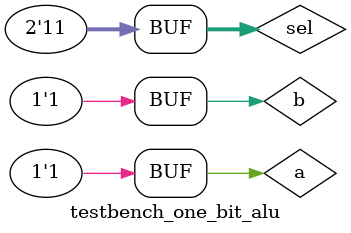
<source format=v>
`timescale 1ns / 1ps


module testbench_one_bit_alu(

    );
    reg a;
    reg b;
    reg [1:0] sel;
    wire o;
    
    one_bit_alu alu(.a(a), .b(b), .sel(sel), .out(o));
    initial begin
        a = 0;
        b = 1;
        sel = 0;
        #10;
        sel = 1;
        #10;
        sel = 2;
        #10;
        sel = 3;
        #10;
        
        a = 0;
        b = 0;
        sel = 0;
        #10;
        sel = 1;
        #10;
        sel = 2;
        #10;
        sel = 3;
        #10;
        
        a = 1;
        b = 1;
        sel = 0;
        #10;
        sel = 1;
        #10;
        sel = 2;
        #10;
        sel = 3;
        #10;
    end
endmodule

</source>
